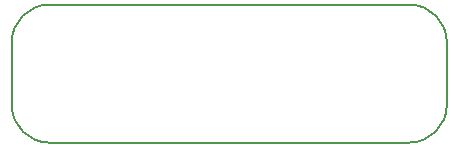
<source format=gbr>
G04 #@! TF.FileFunction,Profile,NP*
%FSLAX46Y46*%
G04 Gerber Fmt 4.6, Leading zero omitted, Abs format (unit mm)*
G04 Created by KiCad (PCBNEW 4.0.5-e0-6337~49~ubuntu15.04.1) date Tue Dec 19 21:41:28 2017*
%MOMM*%
%LPD*%
G01*
G04 APERTURE LIST*
%ADD10C,0.100000*%
%ADD11C,0.150000*%
G04 APERTURE END LIST*
D10*
D11*
X115570000Y-83439000D02*
X115570000Y-78105000D01*
X149225000Y-86614000D02*
G75*
G03X152400000Y-83439000I0J3175000D01*
G01*
X152400000Y-78105000D02*
G75*
G03X149225000Y-74930000I-3175000J0D01*
G01*
X118745000Y-74930000D02*
G75*
G03X115570000Y-78105000I0J-3175000D01*
G01*
X115570000Y-83439000D02*
G75*
G03X118745000Y-86614000I3175000J0D01*
G01*
X149225000Y-74930000D02*
X118745000Y-74930000D01*
X152400000Y-78105000D02*
X152400000Y-83439000D01*
X118745000Y-86614000D02*
X149225000Y-86614000D01*
M02*

</source>
